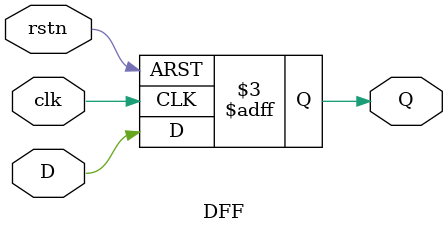
<source format=v>
module DFF (
    input      clk,
    input      rstn,
    input      D,
    output reg Q
);

  always @(posedge clk or negedge rstn) begin
    if (~rstn) begin
      Q <= 0;
    end else begin
      Q <= D;
    end
  end

endmodule

</source>
